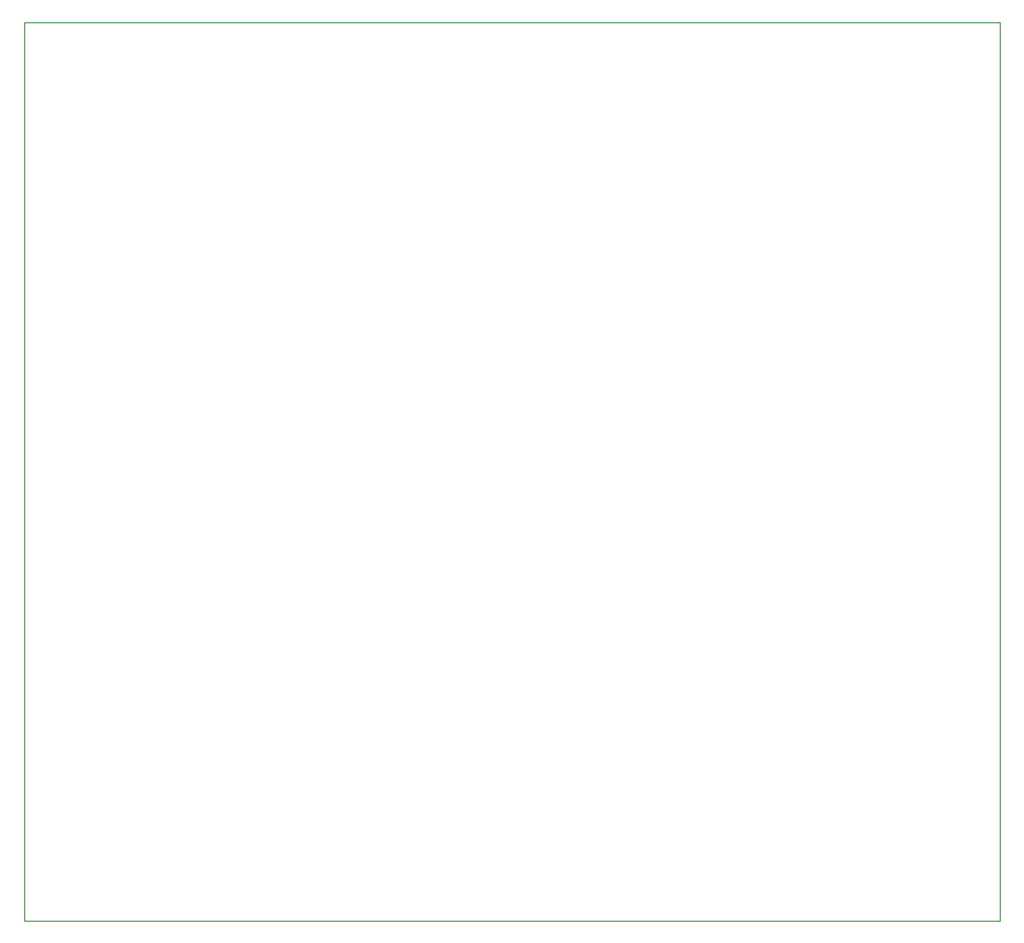
<source format=gbr>
%TF.GenerationSoftware,Altium Limited,Altium Designer,23.10.1 (27)*%
G04 Layer_Color=16711935*
%FSLAX45Y45*%
%MOMM*%
%TF.SameCoordinates,426B7773-656D-43CA-B3D1-797A9469BCD4*%
%TF.FilePolarity,Positive*%
%TF.FileFunction,Keep-out,Top*%
%TF.Part,Single*%
G01*
G75*
%TA.AperFunction,NonConductor*%
%ADD24C,0.00000*%
D24*
X8506993D02*
Y7841005D01*
X0D02*
X8506993D01*
X0Y0D02*
Y7841005D01*
Y0D02*
X8506993D01*
%TF.MD5,d4304c2aeb1d9608185d42d730ae20d1*%
M02*

</source>
